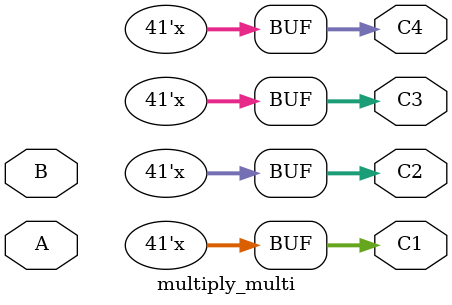
<source format=sv>
module multiply_multi (output wire [40:0]C1, C2, C3, C4, input wire [31:0] A, input wire [31:0] B);
always_comb
begin: COM 
	C1 = A [32:0] * B [7:0];
	C2 = A [32:0] * B [15:8];
	C3 = A [32:0] * B [23:16];
	C4 = A [32:0] * B [31:24];
end

endmodule
</source>
